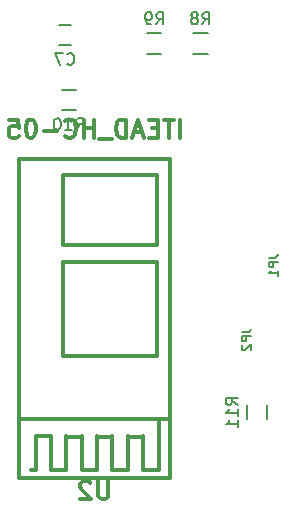
<source format=gbo>
%TF.GenerationSoftware,KiCad,Pcbnew,4.0.2-stable*%
%TF.CreationDate,2016-06-26T16:54:10-05:00*%
%TF.ProjectId,knee,6B6E65652E6B696361645F7063620000,rev?*%
%TF.FileFunction,Legend,Bot*%
%FSLAX46Y46*%
G04 Gerber Fmt 4.6, Leading zero omitted, Abs format (unit mm)*
G04 Created by KiCad (PCBNEW 4.0.2-stable) date 6/26/2016 4:54:10 PM*
%MOMM*%
G01*
G04 APERTURE LIST*
%ADD10C,0.100000*%
%ADD11C,0.150000*%
%ADD12C,0.378460*%
%ADD13C,0.127000*%
%ADD14C,0.304800*%
G04 APERTURE END LIST*
D10*
D11*
X194850000Y-43625000D02*
X196050000Y-43625000D01*
X196050000Y-41875000D02*
X194850000Y-41875000D01*
X190950000Y-43625000D02*
X192150000Y-43625000D01*
X192150000Y-41875000D02*
X190950000Y-41875000D01*
X184500000Y-42850000D02*
X183500000Y-42850000D01*
X183500000Y-41150000D02*
X184500000Y-41150000D01*
X184900000Y-46625000D02*
X183700000Y-46625000D01*
X183700000Y-48375000D02*
X184900000Y-48375000D01*
X201125000Y-74550000D02*
X201125000Y-73350000D01*
X199375000Y-73350000D02*
X199375000Y-74550000D01*
D12*
X182799080Y-78797040D02*
X182799080Y-75997960D01*
X181498600Y-78797040D02*
X181498600Y-75997960D01*
X182801620Y-76000500D02*
X181501140Y-76000500D01*
X185397500Y-78799580D02*
X185397500Y-76000500D01*
X184097020Y-78799580D02*
X184097020Y-76000500D01*
X185400040Y-76003040D02*
X184099560Y-76003040D01*
X184097020Y-78802120D02*
X182796540Y-78802120D01*
X187998460Y-78799580D02*
X187998460Y-76000500D01*
X186697980Y-78799580D02*
X186697980Y-76000500D01*
X188001000Y-76003040D02*
X186700520Y-76003040D01*
X186697980Y-78802120D02*
X185397500Y-78802120D01*
X191899900Y-78799580D02*
X191899900Y-74499360D01*
X190599420Y-78799580D02*
X190599420Y-76000500D01*
X189298940Y-78799580D02*
X189298940Y-76000500D01*
X183799840Y-53899960D02*
X183799840Y-59800380D01*
X191800840Y-59800380D02*
X191800840Y-53899960D01*
X183799840Y-59802920D02*
X191800840Y-59802920D01*
X191800840Y-53899960D02*
X183799840Y-53899960D01*
X191800840Y-69200920D02*
X191800840Y-61199920D01*
X191800840Y-61199920D02*
X183799840Y-61199920D01*
X183799840Y-61199920D02*
X183799840Y-69200920D01*
X183799840Y-69200920D02*
X191800840Y-69200920D01*
X181498600Y-78799580D02*
X181099820Y-78799580D01*
X190601960Y-76003040D02*
X189301480Y-76003040D01*
X189298940Y-78802120D02*
X187998460Y-78802120D01*
X191899900Y-78802120D02*
X190599420Y-78802120D01*
X192900660Y-74499360D02*
X180099060Y-74499360D01*
X180099060Y-52500420D02*
X180099060Y-79500620D01*
X180099060Y-79500620D02*
X192900660Y-79500620D01*
X192900660Y-79500620D02*
X192900660Y-52500420D01*
X192900660Y-52500420D02*
X180099060Y-52500420D01*
D11*
X195616666Y-41102381D02*
X195950000Y-40626190D01*
X196188095Y-41102381D02*
X196188095Y-40102381D01*
X195807142Y-40102381D01*
X195711904Y-40150000D01*
X195664285Y-40197619D01*
X195616666Y-40292857D01*
X195616666Y-40435714D01*
X195664285Y-40530952D01*
X195711904Y-40578571D01*
X195807142Y-40626190D01*
X196188095Y-40626190D01*
X195045238Y-40530952D02*
X195140476Y-40483333D01*
X195188095Y-40435714D01*
X195235714Y-40340476D01*
X195235714Y-40292857D01*
X195188095Y-40197619D01*
X195140476Y-40150000D01*
X195045238Y-40102381D01*
X194854761Y-40102381D01*
X194759523Y-40150000D01*
X194711904Y-40197619D01*
X194664285Y-40292857D01*
X194664285Y-40340476D01*
X194711904Y-40435714D01*
X194759523Y-40483333D01*
X194854761Y-40530952D01*
X195045238Y-40530952D01*
X195140476Y-40578571D01*
X195188095Y-40626190D01*
X195235714Y-40721429D01*
X195235714Y-40911905D01*
X195188095Y-41007143D01*
X195140476Y-41054762D01*
X195045238Y-41102381D01*
X194854761Y-41102381D01*
X194759523Y-41054762D01*
X194711904Y-41007143D01*
X194664285Y-40911905D01*
X194664285Y-40721429D01*
X194711904Y-40626190D01*
X194759523Y-40578571D01*
X194854761Y-40530952D01*
X191716666Y-41102381D02*
X192050000Y-40626190D01*
X192288095Y-41102381D02*
X192288095Y-40102381D01*
X191907142Y-40102381D01*
X191811904Y-40150000D01*
X191764285Y-40197619D01*
X191716666Y-40292857D01*
X191716666Y-40435714D01*
X191764285Y-40530952D01*
X191811904Y-40578571D01*
X191907142Y-40626190D01*
X192288095Y-40626190D01*
X191240476Y-41102381D02*
X191050000Y-41102381D01*
X190954761Y-41054762D01*
X190907142Y-41007143D01*
X190811904Y-40864286D01*
X190764285Y-40673810D01*
X190764285Y-40292857D01*
X190811904Y-40197619D01*
X190859523Y-40150000D01*
X190954761Y-40102381D01*
X191145238Y-40102381D01*
X191240476Y-40150000D01*
X191288095Y-40197619D01*
X191335714Y-40292857D01*
X191335714Y-40530952D01*
X191288095Y-40626190D01*
X191240476Y-40673810D01*
X191145238Y-40721429D01*
X190954761Y-40721429D01*
X190859523Y-40673810D01*
X190811904Y-40626190D01*
X190764285Y-40530952D01*
X184166666Y-44457143D02*
X184214285Y-44504762D01*
X184357142Y-44552381D01*
X184452380Y-44552381D01*
X184595238Y-44504762D01*
X184690476Y-44409524D01*
X184738095Y-44314286D01*
X184785714Y-44123810D01*
X184785714Y-43980952D01*
X184738095Y-43790476D01*
X184690476Y-43695238D01*
X184595238Y-43600000D01*
X184452380Y-43552381D01*
X184357142Y-43552381D01*
X184214285Y-43600000D01*
X184166666Y-43647619D01*
X183833333Y-43552381D02*
X183166666Y-43552381D01*
X183595238Y-44552381D01*
D13*
X201232714Y-60865001D02*
X201777000Y-60865001D01*
X201885857Y-60828715D01*
X201958429Y-60756144D01*
X201994714Y-60647287D01*
X201994714Y-60574715D01*
X201994714Y-61227858D02*
X201232714Y-61227858D01*
X201232714Y-61518143D01*
X201269000Y-61590715D01*
X201305286Y-61627000D01*
X201377857Y-61663286D01*
X201486714Y-61663286D01*
X201559286Y-61627000D01*
X201595571Y-61590715D01*
X201631857Y-61518143D01*
X201631857Y-61227858D01*
X201994714Y-62389000D02*
X201994714Y-61953572D01*
X201994714Y-62171286D02*
X201232714Y-62171286D01*
X201341571Y-62098715D01*
X201414143Y-62026143D01*
X201450429Y-61953572D01*
X198932714Y-67153801D02*
X199477000Y-67153801D01*
X199585857Y-67117515D01*
X199658429Y-67044944D01*
X199694714Y-66936087D01*
X199694714Y-66863515D01*
X199694714Y-67516658D02*
X198932714Y-67516658D01*
X198932714Y-67806943D01*
X198969000Y-67879515D01*
X199005286Y-67915800D01*
X199077857Y-67952086D01*
X199186714Y-67952086D01*
X199259286Y-67915800D01*
X199295571Y-67879515D01*
X199331857Y-67806943D01*
X199331857Y-67516658D01*
X199005286Y-68242372D02*
X198969000Y-68278658D01*
X198932714Y-68351229D01*
X198932714Y-68532658D01*
X198969000Y-68605229D01*
X199005286Y-68641515D01*
X199077857Y-68677800D01*
X199150429Y-68677800D01*
X199259286Y-68641515D01*
X199694714Y-68206086D01*
X199694714Y-68677800D01*
D11*
X184942857Y-50052381D02*
X185276191Y-49576190D01*
X185514286Y-50052381D02*
X185514286Y-49052381D01*
X185133333Y-49052381D01*
X185038095Y-49100000D01*
X184990476Y-49147619D01*
X184942857Y-49242857D01*
X184942857Y-49385714D01*
X184990476Y-49480952D01*
X185038095Y-49528571D01*
X185133333Y-49576190D01*
X185514286Y-49576190D01*
X183990476Y-50052381D02*
X184561905Y-50052381D01*
X184276191Y-50052381D02*
X184276191Y-49052381D01*
X184371429Y-49195238D01*
X184466667Y-49290476D01*
X184561905Y-49338095D01*
X183371429Y-49052381D02*
X183276190Y-49052381D01*
X183180952Y-49100000D01*
X183133333Y-49147619D01*
X183085714Y-49242857D01*
X183038095Y-49433333D01*
X183038095Y-49671429D01*
X183085714Y-49861905D01*
X183133333Y-49957143D01*
X183180952Y-50004762D01*
X183276190Y-50052381D01*
X183371429Y-50052381D01*
X183466667Y-50004762D01*
X183514286Y-49957143D01*
X183561905Y-49861905D01*
X183609524Y-49671429D01*
X183609524Y-49433333D01*
X183561905Y-49242857D01*
X183514286Y-49147619D01*
X183466667Y-49100000D01*
X183371429Y-49052381D01*
X198602381Y-73307143D02*
X198126190Y-72973809D01*
X198602381Y-72735714D02*
X197602381Y-72735714D01*
X197602381Y-73116667D01*
X197650000Y-73211905D01*
X197697619Y-73259524D01*
X197792857Y-73307143D01*
X197935714Y-73307143D01*
X198030952Y-73259524D01*
X198078571Y-73211905D01*
X198126190Y-73116667D01*
X198126190Y-72735714D01*
X198602381Y-74259524D02*
X198602381Y-73688095D01*
X198602381Y-73973809D02*
X197602381Y-73973809D01*
X197745238Y-73878571D01*
X197840476Y-73783333D01*
X197888095Y-73688095D01*
X198602381Y-75211905D02*
X198602381Y-74640476D01*
X198602381Y-74926190D02*
X197602381Y-74926190D01*
X197745238Y-74830952D01*
X197840476Y-74735714D01*
X197888095Y-74640476D01*
D14*
X187661003Y-79765869D02*
X187661003Y-80999583D01*
X187588431Y-81144726D01*
X187515860Y-81217297D01*
X187370717Y-81289869D01*
X187080431Y-81289869D01*
X186935289Y-81217297D01*
X186862717Y-81144726D01*
X186790146Y-80999583D01*
X186790146Y-79765869D01*
X186137003Y-79911011D02*
X186064432Y-79838440D01*
X185919289Y-79765869D01*
X185556432Y-79765869D01*
X185411289Y-79838440D01*
X185338718Y-79911011D01*
X185266146Y-80056154D01*
X185266146Y-80201297D01*
X185338718Y-80419011D01*
X186209575Y-81289869D01*
X185266146Y-81289869D01*
X193720717Y-50690489D02*
X193720717Y-49166489D01*
X193212717Y-49166489D02*
X192341860Y-49166489D01*
X192777289Y-50690489D02*
X192777289Y-49166489D01*
X191833860Y-49892203D02*
X191325860Y-49892203D01*
X191108146Y-50690489D02*
X191833860Y-50690489D01*
X191833860Y-49166489D01*
X191108146Y-49166489D01*
X190527574Y-50255060D02*
X189801860Y-50255060D01*
X190672717Y-50690489D02*
X190164717Y-49166489D01*
X189656717Y-50690489D01*
X189148717Y-50690489D02*
X189148717Y-49166489D01*
X188785860Y-49166489D01*
X188568145Y-49239060D01*
X188423003Y-49384203D01*
X188350431Y-49529346D01*
X188277860Y-49819631D01*
X188277860Y-50037346D01*
X188350431Y-50327631D01*
X188423003Y-50472774D01*
X188568145Y-50617917D01*
X188785860Y-50690489D01*
X189148717Y-50690489D01*
X187987574Y-50835631D02*
X186826431Y-50835631D01*
X186463574Y-50690489D02*
X186463574Y-49166489D01*
X186463574Y-49892203D02*
X185592717Y-49892203D01*
X185592717Y-50690489D02*
X185592717Y-49166489D01*
X183996146Y-50545346D02*
X184068717Y-50617917D01*
X184286431Y-50690489D01*
X184431574Y-50690489D01*
X184649289Y-50617917D01*
X184794431Y-50472774D01*
X184867003Y-50327631D01*
X184939574Y-50037346D01*
X184939574Y-49819631D01*
X184867003Y-49529346D01*
X184794431Y-49384203D01*
X184649289Y-49239060D01*
X184431574Y-49166489D01*
X184286431Y-49166489D01*
X184068717Y-49239060D01*
X183996146Y-49311631D01*
X183343003Y-50109917D02*
X182181860Y-50109917D01*
X181165860Y-49166489D02*
X181020717Y-49166489D01*
X180875574Y-49239060D01*
X180803003Y-49311631D01*
X180730432Y-49456774D01*
X180657860Y-49747060D01*
X180657860Y-50109917D01*
X180730432Y-50400203D01*
X180803003Y-50545346D01*
X180875574Y-50617917D01*
X181020717Y-50690489D01*
X181165860Y-50690489D01*
X181311003Y-50617917D01*
X181383574Y-50545346D01*
X181456146Y-50400203D01*
X181528717Y-50109917D01*
X181528717Y-49747060D01*
X181456146Y-49456774D01*
X181383574Y-49311631D01*
X181311003Y-49239060D01*
X181165860Y-49166489D01*
X179279003Y-49166489D02*
X180004717Y-49166489D01*
X180077288Y-49892203D01*
X180004717Y-49819631D01*
X179859574Y-49747060D01*
X179496717Y-49747060D01*
X179351574Y-49819631D01*
X179279003Y-49892203D01*
X179206431Y-50037346D01*
X179206431Y-50400203D01*
X179279003Y-50545346D01*
X179351574Y-50617917D01*
X179496717Y-50690489D01*
X179859574Y-50690489D01*
X180004717Y-50617917D01*
X180077288Y-50545346D01*
M02*

</source>
